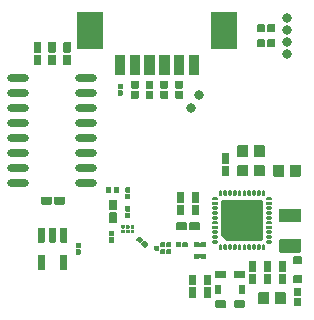
<source format=gts>
G04 Layer: TopSolderMaskLayer*
G04 EasyEDA Pro v1.7.31.78bc6e, 2022-08-09 17:47:50*
G04 Gerber Generator version 0.3*
G04 Scale: 100 percent, Rotated: No, Reflected: No*
G04 Dimensions in millimeters*
G04 Leading zeros omitted, absolute positions, 3 integers and 3 decimals*
%FSLAX33Y33*%
%MOMM*%
%ADD10C,0.8128*%
%ADD11O,1.846605X0.661594*%
G75*


G04 Pad Start*
G54D10*
G01X16383Y18542D03*
G01X17018Y19634D03*
G01X24511Y26162D03*
G01X24511Y24130D03*
G01X24511Y25146D03*
G01X24511Y23114D03*
G36*
G01X18720Y6883D02*
G01X18720Y6579D01*
G03X18821Y6477I102J0D01*
G01X18923D01*
G03X19025Y6579I0J102D01*
G01Y6883D01*
G03X18923Y6985I-102J0D01*
G01X18821D01*
G03X18720Y6883I0J-102D01*
G37*
G36*
G01X19126Y6883D02*
G01X19126Y6579D01*
G03X19228Y6477I102J0D01*
G01X19329D01*
G03X19431Y6579I0J102D01*
G01Y6883D01*
G03X19329Y6985I-102J0D01*
G01X19228D01*
G03X19126Y6883I0J-102D01*
G37*
G36*
G01X19533Y6883D02*
G01X19533Y6579D01*
G03X19634Y6477I102J0D01*
G01X19736D01*
G03X19837Y6579I0J102D01*
G01Y6883D01*
G03X19736Y6985I-102J0D01*
G01X19634D01*
G03X19533Y6883I0J-102D01*
G37*
G36*
G01X19939Y6883D02*
G01X19939Y6579D01*
G03X20041Y6477I102J0D01*
G01X20142D01*
G03X20244Y6579I0J102D01*
G01Y6883D01*
G03X20142Y6985I-102J0D01*
G01X20041D01*
G03X19939Y6883I0J-102D01*
G37*
G36*
G01X20345Y6883D02*
G01X20345Y6579D01*
G03X20447Y6477I102J0D01*
G01X20549D01*
G03X20650Y6579I0J102D01*
G01Y6883D01*
G03X20549Y6985I-102J0D01*
G01X20447D01*
G03X20345Y6883I0J-102D01*
G37*
G36*
G01X20752Y6883D02*
G01X20752Y6579D01*
G03X20853Y6477I102J0D01*
G01X20955D01*
G03X21057Y6579I0J102D01*
G01Y6883D01*
G03X20955Y6985I-102J0D01*
G01X20853D01*
G03X20752Y6883I0J-102D01*
G37*
G36*
G01X21158Y6883D02*
G01X21158Y6579D01*
G03X21260Y6477I102J0D01*
G01X21361D01*
G03X21463Y6579I0J102D01*
G01Y6883D01*
G03X21361Y6985I-102J0D01*
G01X21260D01*
G03X21158Y6883I0J-102D01*
G37*
G36*
G01X21565Y6883D02*
G01X21565Y6579D01*
G03X21666Y6477I102J0D01*
G01X21768D01*
G03X21869Y6579I0J102D01*
G01Y6883D01*
G03X21768Y6985I-102J0D01*
G01X21666D01*
G03X21565Y6883I0J-102D01*
G37*
G36*
G01X21971Y6883D02*
G01X21971Y6579D01*
G03X22073Y6477I102J0D01*
G01X22174D01*
G03X22276Y6579I0J102D01*
G01Y6883D01*
G03X22174Y6985I-102J0D01*
G01X22073D01*
G03X21971Y6883I0J-102D01*
G37*
G36*
G01X22377Y6883D02*
G01X22377Y6579D01*
G03X22479Y6477I102J0D01*
G01X22581D01*
G03X22682Y6579I0J102D01*
G01Y6883D01*
G03X22581Y6985I-102J0D01*
G01X22479D01*
G03X22377Y6883I0J-102D01*
G37*
G36*
G01X22733Y7239D02*
G01X22733Y7137D01*
G03X22835Y7036I102J0D01*
G01X23139D01*
G03X23241Y7137I0J102D01*
G01Y7239D01*
G03X23139Y7341I-102J0D01*
G01X22835D01*
G03X22733Y7239I0J-102D01*
G37*
G36*
G01X22733Y7645D02*
G01X22733Y7544D01*
G03X22835Y7442I102J0D01*
G01X23139D01*
G03X23241Y7544I0J102D01*
G01Y7645D01*
G03X23139Y7747I-102J0D01*
G01X22835D01*
G03X22733Y7645I0J-102D01*
G37*
G36*
G01X22733Y8052D02*
G01X22733Y7950D01*
G03X22835Y7849I102J0D01*
G01X23139D01*
G03X23241Y7950I0J102D01*
G01Y8052D01*
G03X23139Y8153I-102J0D01*
G01X22835D01*
G03X22733Y8052I0J-102D01*
G37*
G36*
G01X22733Y8458D02*
G01X22733Y8357D01*
G03X22835Y8255I102J0D01*
G01X23139D01*
G03X23241Y8357I0J102D01*
G01Y8458D01*
G03X23139Y8560I-102J0D01*
G01X22835D01*
G03X22733Y8458I0J-102D01*
G37*
G36*
G01X22733Y8865D02*
G01X22733Y8763D01*
G03X22835Y8661I102J0D01*
G01X23139D01*
G03X23241Y8763I0J102D01*
G01Y8865D01*
G03X23139Y8966I-102J0D01*
G01X22835D01*
G03X22733Y8865I0J-102D01*
G37*
G36*
G01X22733Y9271D02*
G01X22733Y9169D01*
G03X22835Y9068I102J0D01*
G01X23139D01*
G03X23241Y9169I0J102D01*
G01Y9271D01*
G03X23139Y9373I-102J0D01*
G01X22835D01*
G03X22733Y9271I0J-102D01*
G37*
G36*
G01X22733Y9677D02*
G01X22733Y9576D01*
G03X22835Y9474I102J0D01*
G01X23139D01*
G03X23241Y9576I0J102D01*
G01Y9677D01*
G03X23139Y9779I-102J0D01*
G01X22835D01*
G03X22733Y9677I0J-102D01*
G37*
G36*
G01X22733Y10084D02*
G01X22733Y9982D01*
G03X22835Y9881I102J0D01*
G01X23139D01*
G03X23241Y9982I0J102D01*
G01Y10084D01*
G03X23139Y10185I-102J0D01*
G01X22835D01*
G03X22733Y10084I0J-102D01*
G37*
G36*
G01X22733Y10490D02*
G01X22733Y10389D01*
G03X22835Y10287I102J0D01*
G01X23139D01*
G03X23241Y10389I0J102D01*
G01Y10490D01*
G03X23139Y10592I-102J0D01*
G01X22835D01*
G03X22733Y10490I0J-102D01*
G37*
G36*
G01X22733Y10897D02*
G01X22733Y10795D01*
G03X22835Y10693I102J0D01*
G01X23139D01*
G03X23241Y10795I0J102D01*
G01Y10897D01*
G03X23139Y10998I-102J0D01*
G01X22835D01*
G03X22733Y10897I0J-102D01*
G37*
G36*
G01X22377Y11455D02*
G01X22377Y11151D01*
G03X22479Y11049I102J0D01*
G01X22581D01*
G03X22682Y11151I0J102D01*
G01Y11455D01*
G03X22581Y11557I-102J0D01*
G01X22479D01*
G03X22377Y11455I0J-102D01*
G37*
G36*
G01X21971Y11455D02*
G01X21971Y11151D01*
G03X22073Y11049I102J0D01*
G01X22174D01*
G03X22276Y11151I0J102D01*
G01Y11455D01*
G03X22174Y11557I-102J0D01*
G01X22073D01*
G03X21971Y11455I0J-102D01*
G37*
G36*
G01X21565Y11455D02*
G01X21565Y11151D01*
G03X21666Y11049I102J0D01*
G01X21768D01*
G03X21869Y11151I0J102D01*
G01Y11455D01*
G03X21768Y11557I-102J0D01*
G01X21666D01*
G03X21565Y11455I0J-102D01*
G37*
G36*
G01X21158Y11455D02*
G01X21158Y11151D01*
G03X21260Y11049I102J0D01*
G01X21361D01*
G03X21463Y11151I0J102D01*
G01Y11455D01*
G03X21361Y11557I-102J0D01*
G01X21260D01*
G03X21158Y11455I0J-102D01*
G37*
G36*
G01X20752Y11455D02*
G01X20752Y11151D01*
G03X20853Y11049I102J0D01*
G01X20955D01*
G03X21057Y11151I0J102D01*
G01Y11455D01*
G03X20955Y11557I-102J0D01*
G01X20853D01*
G03X20752Y11455I0J-102D01*
G37*
G36*
G01X20345Y11455D02*
G01X20345Y11151D01*
G03X20447Y11049I102J0D01*
G01X20549D01*
G03X20650Y11151I0J102D01*
G01Y11455D01*
G03X20549Y11557I-102J0D01*
G01X20447D01*
G03X20345Y11455I0J-102D01*
G37*
G36*
G01X19939Y11455D02*
G01X19939Y11151D01*
G03X20041Y11049I102J0D01*
G01X20142D01*
G03X20244Y11151I0J102D01*
G01Y11455D01*
G03X20142Y11557I-102J0D01*
G01X20041D01*
G03X19939Y11455I0J-102D01*
G37*
G36*
G01X19533Y11455D02*
G01X19533Y11151D01*
G03X19634Y11049I102J0D01*
G01X19736D01*
G03X19837Y11151I0J102D01*
G01Y11455D01*
G03X19736Y11557I-102J0D01*
G01X19634D01*
G03X19533Y11455I0J-102D01*
G37*
G36*
G01X19126Y11455D02*
G01X19126Y11151D01*
G03X19228Y11049I102J0D01*
G01X19329D01*
G03X19431Y11151I0J102D01*
G01Y11455D01*
G03X19329Y11557I-102J0D01*
G01X19228D01*
G03X19126Y11455I0J-102D01*
G37*
G36*
G01X18720Y11455D02*
G01X18720Y11151D01*
G03X18821Y11049I102J0D01*
G01X18923D01*
G03X19025Y11151I0J102D01*
G01Y11455D01*
G03X18923Y11557I-102J0D01*
G01X18821D01*
G03X18720Y11455I0J-102D01*
G37*
G36*
G01X18161Y10897D02*
G01X18161Y10795D01*
G03X18263Y10693I102J0D01*
G01X18567D01*
G03X18669Y10795I0J102D01*
G01Y10897D01*
G03X18567Y10998I-102J0D01*
G01X18263D01*
G03X18161Y10897I0J-102D01*
G37*
G36*
G01X18161Y10490D02*
G01X18161Y10389D01*
G03X18263Y10287I102J0D01*
G01X18567D01*
G03X18669Y10389I0J102D01*
G01Y10490D01*
G03X18567Y10592I-102J0D01*
G01X18263D01*
G03X18161Y10490I0J-102D01*
G37*
G36*
G01X18161Y10084D02*
G01X18161Y9982D01*
G03X18263Y9881I102J0D01*
G01X18567D01*
G03X18669Y9982I0J102D01*
G01Y10084D01*
G03X18567Y10185I-102J0D01*
G01X18263D01*
G03X18161Y10084I0J-102D01*
G37*
G36*
G01X18161Y9677D02*
G01X18161Y9576D01*
G03X18263Y9474I102J0D01*
G01X18567D01*
G03X18669Y9576I0J102D01*
G01Y9677D01*
G03X18567Y9779I-102J0D01*
G01X18263D01*
G03X18161Y9677I0J-102D01*
G37*
G36*
G01X18161Y9271D02*
G01X18161Y9169D01*
G03X18263Y9068I102J0D01*
G01X18567D01*
G03X18669Y9169I0J102D01*
G01Y9271D01*
G03X18567Y9373I-102J0D01*
G01X18263D01*
G03X18161Y9271I0J-102D01*
G37*
G36*
G01X18161Y8865D02*
G01X18161Y8763D01*
G03X18263Y8661I102J0D01*
G01X18567D01*
G03X18669Y8763I0J102D01*
G01Y8865D01*
G03X18567Y8966I-102J0D01*
G01X18263D01*
G03X18161Y8865I0J-102D01*
G37*
G36*
G01X18161Y8458D02*
G01X18161Y8357D01*
G03X18263Y8255I102J0D01*
G01X18567D01*
G03X18669Y8357I0J102D01*
G01Y8458D01*
G03X18567Y8560I-102J0D01*
G01X18263D01*
G03X18161Y8458I0J-102D01*
G37*
G36*
G01X18161Y8052D02*
G01X18161Y7950D01*
G03X18263Y7849I102J0D01*
G01X18567D01*
G03X18669Y7950I0J102D01*
G01Y8052D01*
G03X18567Y8153I-102J0D01*
G01X18263D01*
G03X18161Y8052I0J-102D01*
G37*
G36*
G01X18161Y7645D02*
G01X18161Y7544D01*
G03X18263Y7442I102J0D01*
G01X18567D01*
G03X18669Y7544I0J102D01*
G01Y7645D01*
G03X18567Y7747I-102J0D01*
G01X18263D01*
G03X18161Y7645I0J-102D01*
G37*
G36*
G01X18161Y7239D02*
G01X18161Y7137D01*
G03X18263Y7036I102J0D01*
G01X18567D01*
G03X18669Y7137I0J102D01*
G01Y7239D01*
G03X18567Y7341I-102J0D01*
G01X18263D01*
G03X18161Y7239I0J-102D01*
G37*
G36*
G01X10524Y8305D02*
G01X10725Y8305D01*
G03X10776Y8355I0J51D01*
G01Y8556D01*
G03X10725Y8607I-51J0D01*
G01X10524D01*
G03X10474Y8556I0J-51D01*
G01Y8355D01*
G03X10524Y8305I51J0D01*
G37*
G36*
G01X10923Y8305D02*
G01X11124Y8305D01*
G03X11175Y8355I0J51D01*
G01Y8556D01*
G03X11124Y8607I-51J0D01*
G01X10923D01*
G03X10872Y8556I0J-51D01*
G01Y8355D01*
G03X10923Y8305I51J0D01*
G37*
G36*
G01X11325Y8305D02*
G01X11525Y8305D01*
G03X11576Y8355I0J51D01*
G01Y8556D01*
G03X11525Y8607I-51J0D01*
G01X11325D01*
G03X11274Y8556I0J-51D01*
G01Y8355D01*
G03X11325Y8305I51J0D01*
G37*
G36*
G01X11325Y7903D02*
G01X11525Y7903D01*
G03X11576Y7954I0J51D01*
G01Y8155D01*
G03X11525Y8205I-51J0D01*
G01X11325D01*
G03X11274Y8155I0J-51D01*
G01Y7954D01*
G03X11325Y7903I51J0D01*
G37*
G36*
G01X10923Y7903D02*
G01X11124Y7903D01*
G03X11175Y7954I0J51D01*
G01Y8155D01*
G03X11124Y8205I-51J0D01*
G01X10923D01*
G03X10872Y8155I0J-51D01*
G01Y7954D01*
G03X10923Y7903I51J0D01*
G37*
G36*
G01X10524Y7903D02*
G01X10725Y7903D01*
G03X10776Y7954I0J51D01*
G01Y8155D01*
G03X10725Y8205I-51J0D01*
G01X10524D01*
G03X10474Y8155I0J-51D01*
G01Y7954D01*
G03X10524Y7903I51J0D01*
G37*
G36*
G01X13289Y6810D02*
G01X13289Y6485D01*
G03X13339Y6435I50J0D01*
G01X13639D01*
G03X13689Y6485I0J50D01*
G01Y6810D01*
G03X13639Y6860I-50J0D01*
G01X13339D01*
G03X13289Y6810I0J-50D01*
G37*
G36*
G01X14196Y6773D02*
G01X14196Y7098D01*
G03X14146Y7148I-50J0D01*
G01X13846D01*
G03X13796Y7098I0J-50D01*
G01Y6773D01*
G03X13846Y6723I50J0D01*
G01X14146D01*
G03X14196Y6773I0J50D01*
G37*
G36*
G01X14301Y7098D02*
G01X14301Y6773D01*
G03X14351Y6723I50J0D01*
G01X14651D01*
G03X14701Y6773I0J50D01*
G01Y7098D01*
G03X14651Y7148I-50J0D01*
G01X14351D01*
G03X14301Y7098I0J-50D01*
G37*
G36*
G01X14301Y6522D02*
G01X14301Y6197D01*
G03X14351Y6147I50J0D01*
G01X14651D01*
G03X14701Y6197I0J50D01*
G01Y6522D01*
G03X14651Y6572I-50J0D01*
G01X14351D01*
G03X14301Y6522I0J-50D01*
G37*
G36*
G01X14196Y6197D02*
G01X14196Y6522D01*
G03X14146Y6572I-50J0D01*
G01X13846D01*
G03X13796Y6522I0J-50D01*
G01Y6197D01*
G03X13846Y6147I50J0D01*
G01X14146D01*
G03X14196Y6197I0J50D01*
G37*
G36*
G01X23915Y6278D02*
G01X25615Y6278D01*
G03X25665Y6328I0J51D01*
G01Y7377D01*
G03X25615Y7428I-51J0D01*
G01X23915D01*
G03X23865Y7377I0J-51D01*
G01Y6328D01*
G03X23915Y6278I51J0D01*
G37*
G36*
G01X23915Y8828D02*
G01X25615Y8828D01*
G03X25665Y8879I0J51D01*
G01Y9928D01*
G03X25615Y9978I-51J0D01*
G01X23915D01*
G03X23865Y9928I0J-51D01*
G01Y8879D01*
G03X23915Y8828I51J0D01*
G37*
G36*
G01X20949Y1675D02*
G01X20949Y2176D01*
G03X20898Y2226I-51J0D01*
G01X20072D01*
G03X20022Y2176I0J-51D01*
G01Y1675D01*
G03X20072Y1624I51J0D01*
G01X20898D01*
G03X20949Y1675I0J51D01*
G37*
G36*
G01X20949Y4174D02*
G01X20949Y4675D01*
G03X20898Y4726I-51J0D01*
G01X20072D01*
G03X20022Y4675I0J-51D01*
G01Y4174D01*
G03X20072Y4124I51J0D01*
G01X20898D01*
G03X20949Y4174I0J51D01*
G37*
G36*
G01X19348Y4174D02*
G01X19348Y4675D01*
G03X19298Y4726I-51J0D01*
G01X18472D01*
G03X18421Y4675I0J-51D01*
G01Y4174D01*
G03X18472Y4124I51J0D01*
G01X19298D01*
G03X19348Y4174I0J51D01*
G37*
G36*
G01X19348Y1675D02*
G01X19348Y2176D01*
G03X19298Y2226I-51J0D01*
G01X18472D01*
G03X18421Y2176I0J-51D01*
G01Y1675D01*
G03X18472Y1624I51J0D01*
G01X19298D01*
G03X19348Y1675I0J51D01*
G37*
G36*
G01X18899Y3576D02*
G01X18470Y3576D01*
G03X18419Y3526I0J-51D01*
G01Y2824D01*
G03X18470Y2774I51J0D01*
G01X18899D01*
G03X18950Y2824I0J51D01*
G01Y3526D01*
G03X18899Y3576I-51J0D01*
G37*
G36*
G01X20900Y3576D02*
G01X20471Y3576D01*
G03X20420Y3526I0J-51D01*
G01Y2824D01*
G03X20471Y2774I51J0D01*
G01X20900D01*
G03X20951Y2824I0J51D01*
G01Y3526D01*
G03X20900Y3576I-51J0D01*
G37*
G36*
G01X13827Y20165D02*
G01X14367Y20165D01*
G03X14418Y20216I0J51D01*
G01Y20782D01*
G03X14367Y20832I-51J0D01*
G01X13827D01*
G03X13776Y20782I0J-51D01*
G01Y20216D01*
G03X13827Y20165I51J0D01*
G37*
G36*
G01X13827Y19300D02*
G01X14367Y19300D01*
G03X14418Y19350I0J51D01*
G01Y19916D01*
G03X14367Y19967I-51J0D01*
G01X13827D01*
G03X13776Y19916I0J-51D01*
G01Y19350D01*
G03X13827Y19300I51J0D01*
G37*
G36*
G01X15097Y20165D02*
G01X15637Y20165D01*
G03X15688Y20216I0J51D01*
G01Y20782D01*
G03X15637Y20832I-51J0D01*
G01X15097D01*
G03X15046Y20782I0J-51D01*
G01Y20216D01*
G03X15097Y20165I51J0D01*
G37*
G36*
G01X15097Y19300D02*
G01X15637Y19300D01*
G03X15688Y19350I0J51D01*
G01Y19916D01*
G03X15637Y19967I-51J0D01*
G01X15097D01*
G03X15046Y19916I0J-51D01*
G01Y19350D01*
G03X15097Y19300I51J0D01*
G37*
G36*
G01X17184Y7096D02*
G01X17184Y6772D01*
G03X17235Y6721I51J0D01*
G01X17604D01*
G03X17654Y6772I0J51D01*
G01Y7096D01*
G03X17604Y7147I-51J0D01*
G01X17235D01*
G03X17184Y7096I0J-51D01*
G37*
G36*
G01X16636Y7096D02*
G01X16636Y6772D01*
G03X16686Y6721I51J0D01*
G01X17055D01*
G03X17106Y6772I0J51D01*
G01Y7096D01*
G03X17055Y7147I-51J0D01*
G01X16686D01*
G03X16636Y7096I0J-51D01*
G37*
G36*
G01X17106Y5807D02*
G01X17106Y6131D01*
G03X17055Y6182I-51J0D01*
G01X16686D01*
G03X16636Y6131I0J-51D01*
G01Y5807D01*
G03X16686Y5756I51J0D01*
G01X17055D01*
G03X17106Y5807I0J51D01*
G37*
G36*
G01X17654Y5807D02*
G01X17654Y6131D01*
G03X17604Y6182I-51J0D01*
G01X17235D01*
G03X17184Y6131I0J-51D01*
G01Y5807D01*
G03X17235Y5756I51J0D01*
G01X17604D01*
G03X17654Y5807I0J51D01*
G37*
G36*
G01X15629Y7096D02*
G01X15629Y6772D01*
G03X15680Y6721I51J0D01*
G01X16048D01*
G03X16099Y6772I0J51D01*
G01Y7096D01*
G03X16048Y7147I-51J0D01*
G01X15680D01*
G03X15629Y7096I0J-51D01*
G37*
G36*
G01X15080Y7096D02*
G01X15080Y6772D01*
G03X15131Y6721I51J0D01*
G01X15499D01*
G03X15550Y6772I0J51D01*
G01Y7096D01*
G03X15499Y7147I-51J0D01*
G01X15131D01*
G03X15080Y7096I0J-51D01*
G37*
G36*
G01X12106Y7056D02*
G01X12314Y7305D01*
G03X12308Y7376I-39J33D01*
G01X12026Y7613D01*
G03X11954Y7607I-33J-39D01*
G01X11746Y7358D01*
G03X11752Y7287I39J-33D01*
G01X12035Y7050D01*
G03X12106Y7056I33J39D01*
G37*
G36*
G01X12526Y6704D02*
G01X12735Y6952D01*
G03X12728Y7023I-39J33D01*
G01X12446Y7260D01*
G03X12375Y7254I-33J-39D01*
G01X12166Y7006D01*
G03X12173Y6934I39J-33D01*
G01X12455Y6697D01*
G03X12526Y6704I33J39D01*
G37*
G36*
G01X9814Y7581D02*
G01X9490Y7581D01*
G03X9439Y7530I0J-51D01*
G01Y7161D01*
G03X9490Y7111I51J0D01*
G01X9814D01*
G03X9865Y7161I0J51D01*
G01Y7530D01*
G03X9814Y7581I-51J0D01*
G37*
G36*
G01X9814Y8129D02*
G01X9490Y8129D01*
G03X9439Y8079I0J-51D01*
G01Y7710D01*
G03X9490Y7659I51J0D01*
G01X9814D01*
G03X9865Y7710I0J51D01*
G01Y8079D01*
G03X9814Y8129I-51J0D01*
G37*
G36*
G01X10862Y9193D02*
G01X11186Y9193D01*
G03X11236Y9244I0J51D01*
G01Y9613D01*
G03X11186Y9663I-51J0D01*
G01X10862D01*
G03X10811Y9613I0J-51D01*
G01Y9244D01*
G03X10862Y9193I51J0D01*
G37*
G36*
G01X10862Y9742D02*
G01X11186Y9742D01*
G03X11236Y9793I0J51D01*
G01Y10161D01*
G03X11186Y10212I-51J0D01*
G01X10862D01*
G03X10811Y10161I0J-51D01*
G01Y9793D01*
G03X10862Y9742I51J0D01*
G37*
G36*
G01X11186Y11264D02*
G01X10862Y11264D01*
G03X10811Y11213I0J-51D01*
G01Y10844D01*
G03X10862Y10794I51J0D01*
G01X11186D01*
G03X11236Y10844I0J51D01*
G01Y11213D01*
G03X11186Y11264I-51J0D01*
G37*
G36*
G01X11186Y11812D02*
G01X10862Y11812D01*
G03X10811Y11762I0J-51D01*
G01Y11393D01*
G03X10862Y11342I51J0D01*
G01X11186D01*
G03X11236Y11393I0J51D01*
G01Y11762D01*
G03X11186Y11812I-51J0D01*
G37*
G36*
G01X17034Y10315D02*
G01X16494Y10315D01*
G03X16443Y10264I0J-51D01*
G01Y9474D01*
G03X16494Y9423I51J0D01*
G01X17034D01*
G03X17085Y9474I0J51D01*
G01Y10264D01*
G03X17034Y10315I-51J0D01*
G37*
G36*
G01X17034Y11405D02*
G01X16494Y11405D01*
G03X16443Y11354I0J-51D01*
G01Y10564D01*
G03X16494Y10513I51J0D01*
G01X17034D01*
G03X17085Y10564I0J51D01*
G01Y11354D01*
G03X17034Y11405I-51J0D01*
G37*
G36*
G01X15764Y10315D02*
G01X15224Y10315D01*
G03X15173Y10264I0J-51D01*
G01Y9474D01*
G03X15224Y9423I51J0D01*
G01X15764D01*
G03X15815Y9474I0J51D01*
G01Y10264D01*
G03X15764Y10315I-51J0D01*
G37*
G36*
G01X15764Y11405D02*
G01X15224Y11405D01*
G03X15173Y11354I0J-51D01*
G01Y10564D01*
G03X15224Y10513I51J0D01*
G01X15764D01*
G03X15815Y10564I0J51D01*
G01Y11354D01*
G03X15764Y11405I-51J0D01*
G37*
G36*
G01X16030Y8239D02*
G01X16030Y8779D01*
G03X15979Y8830I-51J0D01*
G01X15189D01*
G03X15138Y8779I0J-51D01*
G01Y8239D01*
G03X15189Y8188I51J0D01*
G01X15979D01*
G03X16030Y8239I0J51D01*
G37*
G36*
G01X17120Y8239D02*
G01X17120Y8779D01*
G03X17069Y8830I-51J0D01*
G01X16279D01*
G03X16228Y8779I0J-51D01*
G01Y8239D01*
G03X16279Y8188I51J0D01*
G01X17069D01*
G03X17120Y8239I0J51D01*
G37*
G36*
G01X17510Y3528D02*
G01X18050Y3528D01*
G03X18101Y3579I0J51D01*
G01Y4369D01*
G03X18050Y4420I-51J0D01*
G01X17510D01*
G03X17459Y4369I0J-51D01*
G01Y3579D01*
G03X17510Y3528I51J0D01*
G37*
G36*
G01X17510Y2438D02*
G01X18050Y2438D01*
G03X18101Y2489I0J51D01*
G01Y3279D01*
G03X18050Y3330I-51J0D01*
G01X17510D01*
G03X17459Y3279I0J-51D01*
G01Y2489D01*
G03X17510Y2438I51J0D01*
G37*
G36*
G01X16240Y3528D02*
G01X16780Y3528D01*
G03X16831Y3579I0J51D01*
G01Y4369D01*
G03X16780Y4420I-51J0D01*
G01X16240D01*
G03X16189Y4369I0J-51D01*
G01Y3579D01*
G03X16240Y3528I51J0D01*
G37*
G36*
G01X16240Y2438D02*
G01X16780Y2438D01*
G03X16831Y2489I0J51D01*
G01Y3279D01*
G03X16780Y3330I-51J0D01*
G01X16240D01*
G03X16189Y3279I0J-51D01*
G01Y2489D01*
G03X16240Y2438I51J0D01*
G37*
G36*
G01X21712Y13640D02*
G01X21712Y12776D01*
G03X21763Y12725I51J0D01*
G01X22563D01*
G03X22614Y12776I0J51D01*
G01Y13640D01*
G03X22563Y13691I-51J0D01*
G01X21763D01*
G03X21712Y13640I0J-51D01*
G37*
G36*
G01X20312Y13640D02*
G01X20312Y12776D01*
G03X20363Y12725I51J0D01*
G01X21163D01*
G03X21214Y12776I0J51D01*
G01Y13640D01*
G03X21163Y13691I-51J0D01*
G01X20363D01*
G03X20312Y13640I0J-51D01*
G37*
G36*
G01X21712Y15309D02*
G01X21712Y14409D01*
G03X21763Y14358I51J0D01*
G01X22563D01*
G03X22614Y14409I0J51D01*
G01Y15309D01*
G03X22563Y15360I-51J0D01*
G01X21763D01*
G03X21712Y15309I0J-51D01*
G37*
G36*
G01X20312Y15309D02*
G01X20312Y14409D01*
G03X20363Y14358I51J0D01*
G01X21163D01*
G03X21214Y14409I0J51D01*
G01Y15309D01*
G03X21163Y15360I-51J0D01*
G01X20363D01*
G03X20312Y15309I0J-51D01*
G37*
G36*
G01X24262Y12758D02*
G01X24262Y13658D01*
G03X24211Y13709I-51J0D01*
G01X23411D01*
G03X23360Y13658I0J-51D01*
G01Y12758D01*
G03X23411Y12707I51J0D01*
G01X24211D01*
G03X24262Y12758I0J51D01*
G37*
G36*
G01X25662Y12758D02*
G01X25662Y13658D01*
G03X25611Y13709I-51J0D01*
G01X24811D01*
G03X24760Y13658I0J-51D01*
G01Y12758D01*
G03X24811Y12707I51J0D01*
G01X25611D01*
G03X25662Y12758I0J51D01*
G37*
G36*
G01X23490Y2863D02*
G01X23490Y1963D01*
G03X23541Y1912I51J0D01*
G01X24341D01*
G03X24392Y1963I0J51D01*
G01Y2863D01*
G03X24341Y2914I-51J0D01*
G01X23541D01*
G03X23490Y2863I0J-51D01*
G37*
G36*
G01X22090Y2863D02*
G01X22090Y1963D01*
G03X22141Y1912I51J0D01*
G01X22941D01*
G03X22992Y1963I0J51D01*
G01Y2863D01*
G03X22941Y2914I-51J0D01*
G01X22141D01*
G03X22090Y2863I0J-51D01*
G37*
G36*
G01X23860Y4671D02*
G01X24400Y4671D01*
G03X24451Y4722I0J51D01*
G01Y5512D01*
G03X24400Y5563I-51J0D01*
G01X23860D01*
G03X23809Y5512I0J-51D01*
G01Y4722D01*
G03X23860Y4671I51J0D01*
G37*
G36*
G01X23860Y3581D02*
G01X24400Y3581D01*
G03X24451Y3632I0J51D01*
G01Y4422D01*
G03X24400Y4473I-51J0D01*
G01X23860D01*
G03X23809Y4422I0J-51D01*
G01Y3632D01*
G03X23860Y3581I51J0D01*
G37*
G36*
G01X22590Y4671D02*
G01X23130Y4671D01*
G03X23181Y4722I0J51D01*
G01Y5512D01*
G03X23130Y5563I-51J0D01*
G01X22590D01*
G03X22539Y5512I0J-51D01*
G01Y4722D01*
G03X22590Y4671I51J0D01*
G37*
G36*
G01X22590Y3581D02*
G01X23130Y3581D01*
G03X23181Y3632I0J51D01*
G01Y4422D01*
G03X23130Y4473I-51J0D01*
G01X22590D01*
G03X22539Y4422I0J-51D01*
G01Y3632D01*
G03X22590Y3581I51J0D01*
G37*
G36*
G01X21320Y4671D02*
G01X21860Y4671D01*
G03X21911Y4722I0J51D01*
G01Y5512D01*
G03X21860Y5563I-51J0D01*
G01X21320D01*
G03X21269Y5512I0J-51D01*
G01Y4722D01*
G03X21320Y4671I51J0D01*
G37*
G36*
G01X21320Y3581D02*
G01X21860Y3581D01*
G03X21911Y3632I0J51D01*
G01Y4422D01*
G03X21860Y4473I-51J0D01*
G01X21320D01*
G03X21269Y4422I0J-51D01*
G01Y3632D01*
G03X21320Y3581I51J0D01*
G37*
G36*
G01X19574Y13617D02*
G01X19034Y13617D01*
G03X18983Y13566I0J-51D01*
G01Y12776D01*
G03X19034Y12725I51J0D01*
G01X19574D01*
G03X19625Y12776I0J51D01*
G01Y13566D01*
G03X19574Y13617I-51J0D01*
G37*
G36*
G01X19574Y14707D02*
G01X19034Y14707D01*
G03X18983Y14656I0J-51D01*
G01Y13866D01*
G03X19034Y13815I51J0D01*
G01X19574D01*
G03X19625Y13866I0J51D01*
G01Y14656D01*
G03X19574Y14707I-51J0D01*
G37*
G36*
G01X25100Y3675D02*
G01X25700Y3675D01*
G03X25751Y3726I0J51D01*
G01Y4326D01*
G03X25700Y4376I-51J0D01*
G01X25100D01*
G03X25049Y4326I0J-51D01*
G01Y3726D01*
G03X25100Y3675I51J0D01*
G37*
G36*
G01X25700Y5977D02*
G01X25100Y5977D01*
G03X25049Y5926I0J-51D01*
G01Y5326D01*
G03X25100Y5276I51J0D01*
G01X25700D01*
G03X25751Y5326I0J51D01*
G01Y5926D01*
G03X25700Y5977I-51J0D01*
G37*
G36*
G01X25670Y2441D02*
G01X25130Y2441D01*
G03X25079Y2390I0J-51D01*
G01Y1824D01*
G03X25130Y1774I51J0D01*
G01X25670D01*
G03X25721Y1824I0J51D01*
G01Y2390D01*
G03X25670Y2441I-51J0D01*
G37*
G36*
G01X25670Y3306D02*
G01X25130Y3306D01*
G03X25079Y3256I0J-51D01*
G01Y2690D01*
G03X25130Y2639I51J0D01*
G01X25670D01*
G03X25721Y2690I0J51D01*
G01Y3256D01*
G03X25670Y3306I-51J0D01*
G37*
G36*
G01X10049Y9680D02*
G01X9509Y9680D01*
G03X9458Y9629I0J-51D01*
G01Y8839D01*
G03X9509Y8788I51J0D01*
G01X10049D01*
G03X10100Y8839I0J51D01*
G01Y9629D01*
G03X10049Y9680I-51J0D01*
G37*
G36*
G01X10049Y10770D02*
G01X9509Y10770D01*
G03X9458Y10719I0J-51D01*
G01Y9929D01*
G03X9509Y9878I51J0D01*
G01X10049D01*
G03X10100Y9929I0J51D01*
G01Y10719D01*
G03X10049Y10770I-51J0D01*
G37*
G36*
G01X22832Y25543D02*
G01X22832Y25003D01*
G03X22883Y24952I51J0D01*
G01X23449D01*
G03X23499Y25003I0J51D01*
G01Y25543D01*
G03X23449Y25594I-51J0D01*
G01X22883D01*
G03X22832Y25543I0J-51D01*
G37*
G36*
G01X21967Y25543D02*
G01X21967Y25003D01*
G03X22017Y24952I51J0D01*
G01X22583D01*
G03X22634Y25003I0J51D01*
G01Y25543D01*
G03X22583Y25594I-51J0D01*
G01X22017D01*
G03X21967Y25543I0J-51D01*
G37*
G36*
G01X22832Y24273D02*
G01X22832Y23733D01*
G03X22883Y23682I51J0D01*
G01X23449D01*
G03X23499Y23733I0J51D01*
G01Y24273D01*
G03X23449Y24324I-51J0D01*
G01X22883D01*
G03X22832Y24273I0J-51D01*
G37*
G36*
G01X21967Y24273D02*
G01X21967Y23733D01*
G03X22017Y23682I51J0D01*
G01X22583D01*
G03X22634Y23733I0J51D01*
G01Y24273D01*
G03X22583Y24324I-51J0D01*
G01X22017D01*
G03X21967Y24273I0J-51D01*
G37*
G36*
G01X9604Y11353D02*
G01X9604Y11802D01*
G03X9553Y11853I-51J0D01*
G01X9274D01*
G03X9223Y11802I0J-51D01*
G01Y11353D01*
G03X9274Y11302I51J0D01*
G01X9553D01*
G03X9604Y11353I0J51D01*
G37*
G36*
G01X10264Y11353D02*
G01X10264Y11802D01*
G03X10213Y11853I-51J0D01*
G01X9934D01*
G03X9883Y11802I0J-51D01*
G01Y11353D01*
G03X9934Y11302I51J0D01*
G01X10213D01*
G03X10264Y11353I0J51D01*
G37*
G36*
G01X8926Y23572D02*
G01X8926Y26572D01*
G03X8875Y26623I-51J0D01*
G01X6775D01*
G03X6724Y26572I0J-51D01*
G01Y23572D01*
G03X6775Y23521I51J0D01*
G01X8875D01*
G03X8926Y23572I0J51D01*
G37*
G36*
G01X20276Y23572D02*
G01X20276Y26572D01*
G03X20225Y26623I-51J0D01*
G01X18125D01*
G03X18074Y26572I0J-51D01*
G01Y23572D01*
G03X18125Y23521I51J0D01*
G01X20225D01*
G03X20276Y23572I0J51D01*
G37*
G36*
G01X17076Y21372D02*
G01X17076Y22972D01*
G03X17025Y23023I-51J0D01*
G01X16225D01*
G03X16174Y22972I0J-51D01*
G01Y21372D01*
G03X16225Y21321I51J0D01*
G01X17025D01*
G03X17076Y21372I0J51D01*
G37*
G36*
G01X15826Y21372D02*
G01X15826Y22972D01*
G03X15775Y23023I-51J0D01*
G01X14975D01*
G03X14925Y22972I0J-51D01*
G01Y21372D01*
G03X14975Y21321I51J0D01*
G01X15775D01*
G03X15826Y21372I0J51D01*
G37*
G36*
G01X14576Y21372D02*
G01X14576Y22972D01*
G03X14525Y23023I-51J0D01*
G01X13725D01*
G03X13674Y22972I0J-51D01*
G01Y21372D01*
G03X13725Y21321I51J0D01*
G01X14525D01*
G03X14576Y21372I0J51D01*
G37*
G36*
G01X13326Y21372D02*
G01X13326Y22972D01*
G03X13275Y23023I-51J0D01*
G01X12475D01*
G03X12424Y22972I0J-51D01*
G01Y21372D01*
G03X12475Y21321I51J0D01*
G01X13275D01*
G03X13326Y21372I0J51D01*
G37*
G36*
G01X12076Y21372D02*
G01X12076Y22972D01*
G03X12025Y23023I-51J0D01*
G01X11225D01*
G03X11175Y22972I0J-51D01*
G01Y21372D01*
G03X11225Y21321I51J0D01*
G01X12025D01*
G03X12076Y21372I0J51D01*
G37*
G36*
G01X10826Y21372D02*
G01X10826Y22972D01*
G03X10775Y23023I-51J0D01*
G01X9975D01*
G03X9925Y22972I0J-51D01*
G01Y21372D01*
G03X9975Y21321I51J0D01*
G01X10775D01*
G03X10826Y21372I0J51D01*
G37*
G54D11*
G01X1766Y21034D03*
G01X1766Y19764D03*
G01X1766Y18494D03*
G01X1766Y17224D03*
G01X1766Y15954D03*
G01X1766Y14684D03*
G01X1766Y13414D03*
G01X1766Y12144D03*
G01X7511Y21034D03*
G01X7511Y19764D03*
G01X7511Y18494D03*
G01X7511Y17224D03*
G01X7511Y15954D03*
G01X7511Y14684D03*
G01X7511Y13414D03*
G01X7511Y12144D03*
G36*
G01X4881Y23015D02*
G01X4341Y23015D01*
G03X4290Y22964I0J-51D01*
G01Y22174D01*
G03X4341Y22123I51J0D01*
G01X4881D01*
G03X4932Y22174I0J51D01*
G01Y22964D01*
G03X4881Y23015I-51J0D01*
G37*
G36*
G01X4881Y24105D02*
G01X4341Y24105D01*
G03X4290Y24054I0J-51D01*
G01Y23264D01*
G03X4341Y23213I51J0D01*
G01X4881D01*
G03X4932Y23264I0J51D01*
G01Y24054D01*
G03X4881Y24105I-51J0D01*
G37*
G36*
G01X3097Y23213D02*
G01X3637Y23213D01*
G03X3687Y23264I0J51D01*
G01Y24054D01*
G03X3637Y24105I-51J0D01*
G01X3097D01*
G03X3046Y24054I0J-51D01*
G01Y23264D01*
G03X3097Y23213I51J0D01*
G37*
G36*
G01X3097Y22123D02*
G01X3637Y22123D01*
G03X3687Y22174I0J51D01*
G01Y22964D01*
G03X3637Y23015I-51J0D01*
G01X3097D01*
G03X3046Y22964I0J-51D01*
G01Y22174D01*
G03X3097Y22123I51J0D01*
G37*
G36*
G01X4600Y10398D02*
G01X4600Y10938D01*
G03X4549Y10989I-51J0D01*
G01X3759D01*
G03X3708Y10938I0J-51D01*
G01Y10398D01*
G03X3759Y10347I51J0D01*
G01X4549D01*
G03X4600Y10398I0J51D01*
G37*
G36*
G01X5690Y10398D02*
G01X5690Y10938D01*
G03X5639Y10989I-51J0D01*
G01X4849D01*
G03X4798Y10938I0J-51D01*
G01Y10398D01*
G03X4849Y10347I51J0D01*
G01X5639D01*
G03X5690Y10398I0J51D01*
G37*
G36*
G01X5624Y23213D02*
G01X6164Y23213D01*
G03X6215Y23264I0J51D01*
G01Y24054D01*
G03X6164Y24105I-51J0D01*
G01X5624D01*
G03X5573Y24054I0J-51D01*
G01Y23264D01*
G03X5624Y23213I51J0D01*
G37*
G36*
G01X5624Y22123D02*
G01X6164Y22123D01*
G03X6215Y22174I0J51D01*
G01Y22964D01*
G03X6164Y23015I-51J0D01*
G01X5624D01*
G03X5573Y22964I0J-51D01*
G01Y22174D01*
G03X5624Y22123I51J0D01*
G37*
G36*
G01X11356Y20165D02*
G01X11896Y20165D01*
G03X11946Y20216I0J51D01*
G01Y20782D01*
G03X11896Y20832I-51J0D01*
G01X11356D01*
G03X11305Y20782I0J-51D01*
G01Y20216D01*
G03X11356Y20165I51J0D01*
G37*
G36*
G01X11356Y19300D02*
G01X11896Y19300D01*
G03X11946Y19350I0J51D01*
G01Y19916D01*
G03X11896Y19967I-51J0D01*
G01X11356D01*
G03X11305Y19916I0J-51D01*
G01Y19350D01*
G03X11356Y19300I51J0D01*
G37*
G36*
G01X12605Y20165D02*
G01X13145Y20165D01*
G03X13196Y20216I0J51D01*
G01Y20782D01*
G03X13145Y20832I-51J0D01*
G01X12605D01*
G03X12554Y20782I0J-51D01*
G01Y20216D01*
G03X12605Y20165I51J0D01*
G37*
G36*
G01X12605Y19300D02*
G01X13145Y19300D01*
G03X13196Y19350I0J51D01*
G01Y19916D01*
G03X13145Y19967I-51J0D01*
G01X12605D01*
G03X12554Y19916I0J-51D01*
G01Y19350D01*
G03X12605Y19300I51J0D01*
G37*
G36*
G01X5897Y7179D02*
G01X5897Y8336D01*
G03X5847Y8387I-51J0D01*
G01X5357D01*
G03X5306Y8336I0J-51D01*
G01Y7179D01*
G03X5357Y7128I51J0D01*
G01X5847D01*
G03X5897Y7179I0J51D01*
G37*
G36*
G01X4947Y7179D02*
G01X4947Y8336D01*
G03X4897Y8387I-51J0D01*
G01X4407D01*
G03X4356Y8336I0J-51D01*
G01Y7179D01*
G03X4407Y7128I51J0D01*
G01X4897D01*
G03X4947Y7179I0J51D01*
G37*
G36*
G01X3997Y7179D02*
G01X3997Y8336D01*
G03X3947Y8387I-51J0D01*
G01X3457D01*
G03X3406Y8336I0J-51D01*
G01Y7179D01*
G03X3457Y7128I51J0D01*
G01X3947D01*
G03X3997Y7179I0J51D01*
G37*
G36*
G01X3997Y4863D02*
G01X3997Y6038D01*
G03X3947Y6089I-51J0D01*
G01X3457D01*
G03X3406Y6038I0J-51D01*
G01Y4863D01*
G03X3457Y4812I51J0D01*
G01X3947D01*
G03X3997Y4863I0J51D01*
G37*
G36*
G01X5897Y4863D02*
G01X5897Y6038D01*
G03X5847Y6089I-51J0D01*
G01X5357D01*
G03X5306Y6038I0J-51D01*
G01Y4863D01*
G03X5357Y4812I51J0D01*
G01X5847D01*
G03X5897Y4863I0J51D01*
G37*
G36*
G01X7000Y6565D02*
G01X6676Y6565D01*
G03X6626Y6514I0J-51D01*
G01Y6145D01*
G03X6676Y6095I51J0D01*
G01X7000D01*
G03X7051Y6145I0J51D01*
G01Y6514D01*
G03X7000Y6565I-51J0D01*
G37*
G36*
G01X7000Y7113D02*
G01X6676Y7113D01*
G03X6626Y7063I0J-51D01*
G01Y6694D01*
G03X6676Y6643I51J0D01*
G01X7000D01*
G03X7051Y6694I0J51D01*
G01Y7063D01*
G03X7000Y7113I-51J0D01*
G37*
G36*
G01X10213Y20105D02*
G01X10537Y20105D01*
G03X10588Y20156I0J51D01*
G01Y20525D01*
G03X10537Y20575I-51J0D01*
G01X10213D01*
G03X10163Y20525I0J-51D01*
G01Y20156D01*
G03X10213Y20105I51J0D01*
G37*
G36*
G01X10213Y19557D02*
G01X10537Y19557D01*
G03X10588Y19607I0J51D01*
G01Y19976D01*
G03X10537Y20027I-51J0D01*
G01X10213D01*
G03X10163Y19976I0J-51D01*
G01Y19607D01*
G03X10213Y19557I51J0D01*
G37*
G36*
G01X19431Y7264D02*
G02X19359Y7294I0J102D01*
G01X18978Y7675D01*
G02X18948Y7747I72J72D01*
G01Y10668D01*
G02X19050Y10770I102J0D01*
G01X22352D01*
G02X22454Y10668I0J-102D01*
G01Y7366D01*
G02X22352Y7264I-102J0D01*
G01X19431D01*
G37*
G04 Pad End*

M02*

</source>
